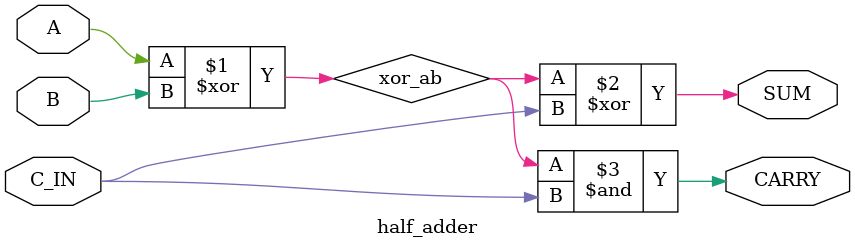
<source format=v>
module half_adder(
    input A,
    input B,
    input C_IN,
    output SUM,
    output CARRY
);

    wire xor_ab;

    assign xor_ab = A ^ B;

    assign SUM = xor_ab ^ C_IN;
    assign CARRY = xor_ab & (C_IN);

endmodule
</source>
